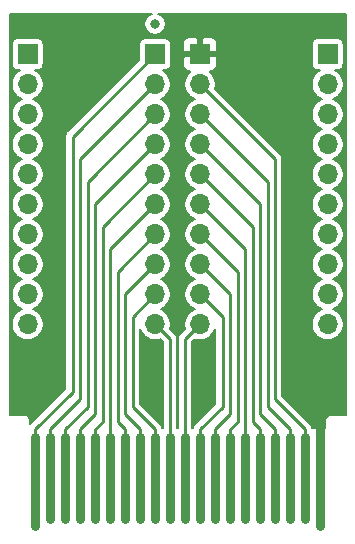
<source format=gbr>
G04 #@! TF.GenerationSoftware,KiCad,Pcbnew,(5.1.5)-3*
G04 #@! TF.CreationDate,2020-01-25T19:38:27+03:00*
G04 #@! TF.ProjectId,Sharp PC-1600 MemCard,53686172-7020-4504-932d-31363030204d,rev?*
G04 #@! TF.SameCoordinates,Original*
G04 #@! TF.FileFunction,Copper,L2,Bot*
G04 #@! TF.FilePolarity,Positive*
%FSLAX46Y46*%
G04 Gerber Fmt 4.6, Leading zero omitted, Abs format (unit mm)*
G04 Created by KiCad (PCBNEW (5.1.5)-3) date 2020-01-25 19:38:27*
%MOMM*%
%LPD*%
G04 APERTURE LIST*
%ADD10R,1.700000X1.700000*%
%ADD11O,1.700000X1.700000*%
%ADD12C,0.800000*%
%ADD13C,0.800000*%
%ADD14C,0.250000*%
%ADD15C,0.200000*%
%ADD16C,0.254000*%
G04 APERTURE END LIST*
D10*
X149860000Y-66675000D03*
D11*
X149860000Y-69215000D03*
X149860000Y-71755000D03*
X149860000Y-74295000D03*
X149860000Y-76835000D03*
X149860000Y-79375000D03*
X149860000Y-81915000D03*
X149860000Y-84455000D03*
X149860000Y-86995000D03*
X149860000Y-89535000D03*
D10*
X146050000Y-66675000D03*
D11*
X146050000Y-69215000D03*
X146050000Y-71755000D03*
X146050000Y-74295000D03*
X146050000Y-76835000D03*
X146050000Y-79375000D03*
X146050000Y-81915000D03*
X146050000Y-84455000D03*
X146050000Y-86995000D03*
X146050000Y-89535000D03*
D10*
X135255000Y-66675000D03*
D11*
X135255000Y-69215000D03*
X135255000Y-71755000D03*
X135255000Y-74295000D03*
X135255000Y-76835000D03*
X135255000Y-79375000D03*
X135255000Y-81915000D03*
X135255000Y-84455000D03*
X135255000Y-86995000D03*
X135255000Y-89535000D03*
D10*
X160655000Y-66675000D03*
D11*
X160655000Y-69215000D03*
X160655000Y-71755000D03*
X160655000Y-74295000D03*
X160655000Y-76835000D03*
X160655000Y-79375000D03*
X160655000Y-81915000D03*
X160655000Y-84455000D03*
X160655000Y-86995000D03*
X160655000Y-89535000D03*
D12*
X146050000Y-64135000D03*
X160655000Y-64135000D03*
X154940000Y-64135000D03*
X161290000Y-96520000D03*
X135255000Y-64135000D03*
X136525000Y-64135000D03*
X159385000Y-64135000D03*
X149860000Y-64135000D03*
X140335000Y-64135000D03*
X134620000Y-96520000D03*
X134620000Y-95250000D03*
X161290000Y-95250000D03*
X147955000Y-88265000D03*
X147955000Y-78105000D03*
X147955000Y-68580000D03*
X150495000Y-93345000D03*
X146050000Y-93345000D03*
D13*
X158750000Y-99045000D02*
X158750000Y-106045000D01*
X157480000Y-99045000D02*
X157480000Y-106045000D01*
X156210000Y-99045000D02*
X156210000Y-106045000D01*
X154940000Y-99045000D02*
X154940000Y-106045000D01*
X153670000Y-99045000D02*
X153670000Y-106045000D01*
X152400000Y-99045000D02*
X152400000Y-106045000D01*
X151130000Y-99045000D02*
X151130000Y-106045000D01*
X149860000Y-99045000D02*
X149860000Y-106045000D01*
X148590000Y-99045000D02*
X148590000Y-106045000D01*
X147320000Y-99045000D02*
X147320000Y-106045000D01*
X146050000Y-99045000D02*
X146050000Y-106045000D01*
X144780000Y-99045000D02*
X144780000Y-106045000D01*
X143510000Y-99045000D02*
X143510000Y-106045000D01*
X142240000Y-99045000D02*
X142240000Y-106045000D01*
X140970000Y-99045000D02*
X140970000Y-106045000D01*
X139700000Y-99045000D02*
X139700000Y-106045000D01*
X138430000Y-99045000D02*
X138430000Y-106045000D01*
X137160000Y-99045000D02*
X137160000Y-106045000D01*
D14*
X147320000Y-90805000D02*
X146050000Y-89535000D01*
X147320000Y-99045000D02*
X147320000Y-90805000D01*
X148590000Y-90805000D02*
X149860000Y-89535000D01*
X148590000Y-99045000D02*
X148590000Y-90805000D01*
X153670000Y-99045000D02*
X153670000Y-83185000D01*
X153670000Y-83185000D02*
X149860000Y-79375000D01*
X152400000Y-99045000D02*
X152400000Y-98425000D01*
X152400000Y-98425000D02*
X153035000Y-97790000D01*
X153035000Y-97790000D02*
X153035000Y-85090000D01*
X153035000Y-85090000D02*
X149860000Y-81915000D01*
X151130000Y-98425000D02*
X151130000Y-99045000D01*
X152400000Y-97155000D02*
X151130000Y-98425000D01*
X149860000Y-84455000D02*
X152400000Y-86995000D01*
X152400000Y-86995000D02*
X152400000Y-97155000D01*
X149860000Y-99045000D02*
X149860000Y-98425000D01*
X149860000Y-98425000D02*
X151765000Y-96520000D01*
X151765000Y-96520000D02*
X151765000Y-88900000D01*
X151765000Y-88900000D02*
X149860000Y-86995000D01*
X154940000Y-99045000D02*
X154940000Y-98425000D01*
X154940000Y-98425000D02*
X154305000Y-97790000D01*
X154305000Y-97790000D02*
X154305000Y-81280000D01*
X154305000Y-81280000D02*
X149860000Y-76835000D01*
X156210000Y-99045000D02*
X156210000Y-98425000D01*
X156210000Y-98425000D02*
X154940000Y-97155000D01*
X154940000Y-97155000D02*
X154940000Y-79375000D01*
X154940000Y-79375000D02*
X149860000Y-74295000D01*
X157480000Y-99045000D02*
X157480000Y-98425000D01*
X157480000Y-98425000D02*
X155575000Y-96520000D01*
X155575000Y-96520000D02*
X155575000Y-77470000D01*
X155575000Y-77470000D02*
X149860000Y-71755000D01*
X158750000Y-99045000D02*
X158750000Y-98425000D01*
X158750000Y-98425000D02*
X156210000Y-95885000D01*
X156210000Y-95885000D02*
X156210000Y-75565000D01*
X156210000Y-75565000D02*
X149860000Y-69215000D01*
X142240000Y-99045000D02*
X142240000Y-83185000D01*
X142240000Y-83185000D02*
X146050000Y-79375000D01*
X143510000Y-99045000D02*
X143510000Y-98425000D01*
X143510000Y-98425000D02*
X142875000Y-97790000D01*
X142875000Y-97790000D02*
X142875000Y-85090000D01*
X142875000Y-85090000D02*
X146050000Y-81915000D01*
X144780000Y-99045000D02*
X144780000Y-98425000D01*
X144780000Y-98425000D02*
X143510000Y-97155000D01*
X143510000Y-97155000D02*
X143510000Y-86995000D01*
X143510000Y-86995000D02*
X146050000Y-84455000D01*
X146050000Y-99045000D02*
X146050000Y-98425000D01*
X146050000Y-98425000D02*
X144145000Y-96520000D01*
X144145000Y-96520000D02*
X144145000Y-88900000D01*
X144145000Y-88900000D02*
X146050000Y-86995000D01*
X140970000Y-99045000D02*
X140970000Y-98425000D01*
X140970000Y-98425000D02*
X141605000Y-97790000D01*
X141605000Y-97790000D02*
X141605000Y-81280000D01*
X141605000Y-81280000D02*
X146050000Y-76835000D01*
X139700000Y-99045000D02*
X139700000Y-98425000D01*
X139700000Y-98425000D02*
X140970000Y-97155000D01*
X140970000Y-97155000D02*
X140970000Y-79375000D01*
X140970000Y-79375000D02*
X146050000Y-74295000D01*
X138430000Y-99045000D02*
X138430000Y-98425000D01*
X138430000Y-98425000D02*
X140335000Y-96520000D01*
X140335000Y-96520000D02*
X140335000Y-77470000D01*
X140335000Y-77470000D02*
X146050000Y-71755000D01*
X137160000Y-99045000D02*
X137160000Y-98425000D01*
X137160000Y-98425000D02*
X139700000Y-95885000D01*
X139700000Y-95885000D02*
X139700000Y-75565000D01*
X139700000Y-75565000D02*
X146050000Y-69215000D01*
D13*
X135890000Y-99045000D02*
X135890000Y-106645000D01*
D14*
X135890000Y-99045000D02*
X135890000Y-98425000D01*
X135890000Y-98425000D02*
X139065000Y-95250000D01*
X139065000Y-95250000D02*
X139065000Y-73660000D01*
X139065000Y-73660000D02*
X146050000Y-66675000D01*
D13*
X160020000Y-99045000D02*
X160020000Y-106645000D01*
X160020000Y-99045000D02*
X160020000Y-97790000D01*
D15*
G36*
X151140000Y-96261117D02*
G01*
X149439772Y-97961346D01*
X149415921Y-97980920D01*
X149337818Y-98076089D01*
X149279781Y-98184666D01*
X149244043Y-98302479D01*
X149241825Y-98325000D01*
X149215000Y-98325000D01*
X149215000Y-91063882D01*
X149451754Y-90827128D01*
X149466220Y-90833120D01*
X149727037Y-90885000D01*
X149992963Y-90885000D01*
X150253780Y-90833120D01*
X150499465Y-90731354D01*
X150720575Y-90583613D01*
X150908613Y-90395575D01*
X151056354Y-90174465D01*
X151140001Y-89972524D01*
X151140000Y-96261117D01*
G37*
X151140000Y-96261117D02*
X149439772Y-97961346D01*
X149415921Y-97980920D01*
X149337818Y-98076089D01*
X149279781Y-98184666D01*
X149244043Y-98302479D01*
X149241825Y-98325000D01*
X149215000Y-98325000D01*
X149215000Y-91063882D01*
X149451754Y-90827128D01*
X149466220Y-90833120D01*
X149727037Y-90885000D01*
X149992963Y-90885000D01*
X150253780Y-90833120D01*
X150499465Y-90731354D01*
X150720575Y-90583613D01*
X150908613Y-90395575D01*
X151056354Y-90174465D01*
X151140001Y-89972524D01*
X151140000Y-96261117D01*
G36*
X144853646Y-90174465D02*
G01*
X145001387Y-90395575D01*
X145189425Y-90583613D01*
X145410535Y-90731354D01*
X145656220Y-90833120D01*
X145917037Y-90885000D01*
X146182963Y-90885000D01*
X146443780Y-90833120D01*
X146458246Y-90827128D01*
X146695001Y-91063884D01*
X146695000Y-98325000D01*
X146668175Y-98325000D01*
X146665957Y-98302479D01*
X146630219Y-98184666D01*
X146572183Y-98076089D01*
X146494080Y-97980920D01*
X146470229Y-97961346D01*
X144770000Y-96261118D01*
X144770000Y-89972526D01*
X144853646Y-90174465D01*
G37*
X144853646Y-90174465D02*
X145001387Y-90395575D01*
X145189425Y-90583613D01*
X145410535Y-90731354D01*
X145656220Y-90833120D01*
X145917037Y-90885000D01*
X146182963Y-90885000D01*
X146443780Y-90833120D01*
X146458246Y-90827128D01*
X146695001Y-91063884D01*
X146695000Y-98325000D01*
X146668175Y-98325000D01*
X146665957Y-98302479D01*
X146630219Y-98184666D01*
X146572183Y-98076089D01*
X146494080Y-97980920D01*
X146470229Y-97961346D01*
X144770000Y-96261118D01*
X144770000Y-89972526D01*
X144853646Y-90174465D01*
G36*
X145623690Y-63337430D02*
G01*
X145476283Y-63435924D01*
X145350924Y-63561283D01*
X145252430Y-63708690D01*
X145184586Y-63872480D01*
X145150000Y-64046358D01*
X145150000Y-64223642D01*
X145184586Y-64397520D01*
X145252430Y-64561310D01*
X145350924Y-64708717D01*
X145476283Y-64834076D01*
X145623690Y-64932570D01*
X145787480Y-65000414D01*
X145961358Y-65035000D01*
X146138642Y-65035000D01*
X146312520Y-65000414D01*
X146476310Y-64932570D01*
X146623717Y-64834076D01*
X146749076Y-64708717D01*
X146847570Y-64561310D01*
X146915414Y-64397520D01*
X146950000Y-64223642D01*
X146950000Y-64046358D01*
X146915414Y-63872480D01*
X146847570Y-63708690D01*
X146749076Y-63561283D01*
X146623717Y-63435924D01*
X146476310Y-63337430D01*
X146313519Y-63270000D01*
X162185000Y-63270000D01*
X162185001Y-97220000D01*
X160985788Y-97220000D01*
X160960000Y-97217460D01*
X160934212Y-97220000D01*
X160857082Y-97227597D01*
X160758119Y-97257617D01*
X160666914Y-97306367D01*
X160586973Y-97371973D01*
X160521367Y-97451914D01*
X160472617Y-97543119D01*
X160442597Y-97642082D01*
X160432460Y-97745000D01*
X160435001Y-97770798D01*
X160435001Y-98325000D01*
X159368175Y-98325000D01*
X159365957Y-98302479D01*
X159330219Y-98184666D01*
X159305762Y-98138910D01*
X159272182Y-98076087D01*
X159213652Y-98004768D01*
X159213649Y-98004765D01*
X159194080Y-97980920D01*
X159170235Y-97961351D01*
X156835000Y-95626118D01*
X156835000Y-75595693D01*
X156838023Y-75564999D01*
X156835000Y-75534305D01*
X156835000Y-75534296D01*
X156825957Y-75442479D01*
X156790219Y-75324666D01*
X156732183Y-75216089D01*
X156732182Y-75216087D01*
X156693273Y-75168677D01*
X156654080Y-75120920D01*
X156630229Y-75101346D01*
X151152128Y-69623246D01*
X151158120Y-69608780D01*
X151210000Y-69347963D01*
X151210000Y-69082037D01*
X151158120Y-68821220D01*
X151056354Y-68575535D01*
X150908613Y-68354425D01*
X150720575Y-68166387D01*
X150674725Y-68135751D01*
X150710000Y-68135942D01*
X150829189Y-68124203D01*
X150943797Y-68089437D01*
X151049421Y-68032980D01*
X151142001Y-67957001D01*
X151217980Y-67864421D01*
X151274437Y-67758797D01*
X151309203Y-67644189D01*
X151320942Y-67525000D01*
X151318000Y-66981000D01*
X151166000Y-66829000D01*
X150014000Y-66829000D01*
X150014000Y-66849000D01*
X149706000Y-66849000D01*
X149706000Y-66829000D01*
X148554000Y-66829000D01*
X148402000Y-66981000D01*
X148399058Y-67525000D01*
X148410797Y-67644189D01*
X148445563Y-67758797D01*
X148502020Y-67864421D01*
X148577999Y-67957001D01*
X148670579Y-68032980D01*
X148776203Y-68089437D01*
X148890811Y-68124203D01*
X149010000Y-68135942D01*
X149045275Y-68135751D01*
X148999425Y-68166387D01*
X148811387Y-68354425D01*
X148663646Y-68575535D01*
X148561880Y-68821220D01*
X148510000Y-69082037D01*
X148510000Y-69347963D01*
X148561880Y-69608780D01*
X148663646Y-69854465D01*
X148811387Y-70075575D01*
X148999425Y-70263613D01*
X149220535Y-70411354D01*
X149398332Y-70485000D01*
X149220535Y-70558646D01*
X148999425Y-70706387D01*
X148811387Y-70894425D01*
X148663646Y-71115535D01*
X148561880Y-71361220D01*
X148510000Y-71622037D01*
X148510000Y-71887963D01*
X148561880Y-72148780D01*
X148663646Y-72394465D01*
X148811387Y-72615575D01*
X148999425Y-72803613D01*
X149220535Y-72951354D01*
X149398332Y-73025000D01*
X149220535Y-73098646D01*
X148999425Y-73246387D01*
X148811387Y-73434425D01*
X148663646Y-73655535D01*
X148561880Y-73901220D01*
X148510000Y-74162037D01*
X148510000Y-74427963D01*
X148561880Y-74688780D01*
X148663646Y-74934465D01*
X148811387Y-75155575D01*
X148999425Y-75343613D01*
X149220535Y-75491354D01*
X149398332Y-75565000D01*
X149220535Y-75638646D01*
X148999425Y-75786387D01*
X148811387Y-75974425D01*
X148663646Y-76195535D01*
X148561880Y-76441220D01*
X148510000Y-76702037D01*
X148510000Y-76967963D01*
X148561880Y-77228780D01*
X148663646Y-77474465D01*
X148811387Y-77695575D01*
X148999425Y-77883613D01*
X149220535Y-78031354D01*
X149398332Y-78105000D01*
X149220535Y-78178646D01*
X148999425Y-78326387D01*
X148811387Y-78514425D01*
X148663646Y-78735535D01*
X148561880Y-78981220D01*
X148510000Y-79242037D01*
X148510000Y-79507963D01*
X148561880Y-79768780D01*
X148663646Y-80014465D01*
X148811387Y-80235575D01*
X148999425Y-80423613D01*
X149220535Y-80571354D01*
X149398332Y-80645000D01*
X149220535Y-80718646D01*
X148999425Y-80866387D01*
X148811387Y-81054425D01*
X148663646Y-81275535D01*
X148561880Y-81521220D01*
X148510000Y-81782037D01*
X148510000Y-82047963D01*
X148561880Y-82308780D01*
X148663646Y-82554465D01*
X148811387Y-82775575D01*
X148999425Y-82963613D01*
X149220535Y-83111354D01*
X149398332Y-83185000D01*
X149220535Y-83258646D01*
X148999425Y-83406387D01*
X148811387Y-83594425D01*
X148663646Y-83815535D01*
X148561880Y-84061220D01*
X148510000Y-84322037D01*
X148510000Y-84587963D01*
X148561880Y-84848780D01*
X148663646Y-85094465D01*
X148811387Y-85315575D01*
X148999425Y-85503613D01*
X149220535Y-85651354D01*
X149398332Y-85725000D01*
X149220535Y-85798646D01*
X148999425Y-85946387D01*
X148811387Y-86134425D01*
X148663646Y-86355535D01*
X148561880Y-86601220D01*
X148510000Y-86862037D01*
X148510000Y-87127963D01*
X148561880Y-87388780D01*
X148663646Y-87634465D01*
X148811387Y-87855575D01*
X148999425Y-88043613D01*
X149220535Y-88191354D01*
X149398332Y-88265000D01*
X149220535Y-88338646D01*
X148999425Y-88486387D01*
X148811387Y-88674425D01*
X148663646Y-88895535D01*
X148561880Y-89141220D01*
X148510000Y-89402037D01*
X148510000Y-89667963D01*
X148561880Y-89928780D01*
X148567872Y-89943246D01*
X148169772Y-90341346D01*
X148145921Y-90360920D01*
X148067820Y-90456087D01*
X148067818Y-90456089D01*
X148009782Y-90564666D01*
X147974044Y-90682479D01*
X147961977Y-90805000D01*
X147965001Y-90835704D01*
X147965000Y-98325000D01*
X147945000Y-98325000D01*
X147945000Y-90835693D01*
X147948023Y-90804999D01*
X147945000Y-90774305D01*
X147945000Y-90774296D01*
X147935957Y-90682479D01*
X147900219Y-90564666D01*
X147842183Y-90456089D01*
X147842182Y-90456087D01*
X147803273Y-90408677D01*
X147764080Y-90360920D01*
X147740229Y-90341346D01*
X147342128Y-89943246D01*
X147348120Y-89928780D01*
X147400000Y-89667963D01*
X147400000Y-89402037D01*
X147348120Y-89141220D01*
X147246354Y-88895535D01*
X147098613Y-88674425D01*
X146910575Y-88486387D01*
X146689465Y-88338646D01*
X146511668Y-88265000D01*
X146689465Y-88191354D01*
X146910575Y-88043613D01*
X147098613Y-87855575D01*
X147246354Y-87634465D01*
X147348120Y-87388780D01*
X147400000Y-87127963D01*
X147400000Y-86862037D01*
X147348120Y-86601220D01*
X147246354Y-86355535D01*
X147098613Y-86134425D01*
X146910575Y-85946387D01*
X146689465Y-85798646D01*
X146511668Y-85725000D01*
X146689465Y-85651354D01*
X146910575Y-85503613D01*
X147098613Y-85315575D01*
X147246354Y-85094465D01*
X147348120Y-84848780D01*
X147400000Y-84587963D01*
X147400000Y-84322037D01*
X147348120Y-84061220D01*
X147246354Y-83815535D01*
X147098613Y-83594425D01*
X146910575Y-83406387D01*
X146689465Y-83258646D01*
X146511668Y-83185000D01*
X146689465Y-83111354D01*
X146910575Y-82963613D01*
X147098613Y-82775575D01*
X147246354Y-82554465D01*
X147348120Y-82308780D01*
X147400000Y-82047963D01*
X147400000Y-81782037D01*
X147348120Y-81521220D01*
X147246354Y-81275535D01*
X147098613Y-81054425D01*
X146910575Y-80866387D01*
X146689465Y-80718646D01*
X146511668Y-80645000D01*
X146689465Y-80571354D01*
X146910575Y-80423613D01*
X147098613Y-80235575D01*
X147246354Y-80014465D01*
X147348120Y-79768780D01*
X147400000Y-79507963D01*
X147400000Y-79242037D01*
X147348120Y-78981220D01*
X147246354Y-78735535D01*
X147098613Y-78514425D01*
X146910575Y-78326387D01*
X146689465Y-78178646D01*
X146511668Y-78105000D01*
X146689465Y-78031354D01*
X146910575Y-77883613D01*
X147098613Y-77695575D01*
X147246354Y-77474465D01*
X147348120Y-77228780D01*
X147400000Y-76967963D01*
X147400000Y-76702037D01*
X147348120Y-76441220D01*
X147246354Y-76195535D01*
X147098613Y-75974425D01*
X146910575Y-75786387D01*
X146689465Y-75638646D01*
X146511668Y-75565000D01*
X146689465Y-75491354D01*
X146910575Y-75343613D01*
X147098613Y-75155575D01*
X147246354Y-74934465D01*
X147348120Y-74688780D01*
X147400000Y-74427963D01*
X147400000Y-74162037D01*
X147348120Y-73901220D01*
X147246354Y-73655535D01*
X147098613Y-73434425D01*
X146910575Y-73246387D01*
X146689465Y-73098646D01*
X146511668Y-73025000D01*
X146689465Y-72951354D01*
X146910575Y-72803613D01*
X147098613Y-72615575D01*
X147246354Y-72394465D01*
X147348120Y-72148780D01*
X147400000Y-71887963D01*
X147400000Y-71622037D01*
X147348120Y-71361220D01*
X147246354Y-71115535D01*
X147098613Y-70894425D01*
X146910575Y-70706387D01*
X146689465Y-70558646D01*
X146511668Y-70485000D01*
X146689465Y-70411354D01*
X146910575Y-70263613D01*
X147098613Y-70075575D01*
X147246354Y-69854465D01*
X147348120Y-69608780D01*
X147400000Y-69347963D01*
X147400000Y-69082037D01*
X147348120Y-68821220D01*
X147246354Y-68575535D01*
X147098613Y-68354425D01*
X146910575Y-68166387D01*
X146702595Y-68027419D01*
X146900000Y-68027419D01*
X146998017Y-68017765D01*
X147092267Y-67989175D01*
X147179129Y-67942746D01*
X147255264Y-67880264D01*
X147317746Y-67804129D01*
X147364175Y-67717267D01*
X147392765Y-67623017D01*
X147402419Y-67525000D01*
X147402419Y-65825000D01*
X148399058Y-65825000D01*
X148402000Y-66369000D01*
X148554000Y-66521000D01*
X149706000Y-66521000D01*
X149706000Y-65369000D01*
X150014000Y-65369000D01*
X150014000Y-66521000D01*
X151166000Y-66521000D01*
X151318000Y-66369000D01*
X151320942Y-65825000D01*
X159302581Y-65825000D01*
X159302581Y-67525000D01*
X159312235Y-67623017D01*
X159340825Y-67717267D01*
X159387254Y-67804129D01*
X159449736Y-67880264D01*
X159525871Y-67942746D01*
X159612733Y-67989175D01*
X159706983Y-68017765D01*
X159805000Y-68027419D01*
X160002405Y-68027419D01*
X159794425Y-68166387D01*
X159606387Y-68354425D01*
X159458646Y-68575535D01*
X159356880Y-68821220D01*
X159305000Y-69082037D01*
X159305000Y-69347963D01*
X159356880Y-69608780D01*
X159458646Y-69854465D01*
X159606387Y-70075575D01*
X159794425Y-70263613D01*
X160015535Y-70411354D01*
X160193332Y-70485000D01*
X160015535Y-70558646D01*
X159794425Y-70706387D01*
X159606387Y-70894425D01*
X159458646Y-71115535D01*
X159356880Y-71361220D01*
X159305000Y-71622037D01*
X159305000Y-71887963D01*
X159356880Y-72148780D01*
X159458646Y-72394465D01*
X159606387Y-72615575D01*
X159794425Y-72803613D01*
X160015535Y-72951354D01*
X160193332Y-73025000D01*
X160015535Y-73098646D01*
X159794425Y-73246387D01*
X159606387Y-73434425D01*
X159458646Y-73655535D01*
X159356880Y-73901220D01*
X159305000Y-74162037D01*
X159305000Y-74427963D01*
X159356880Y-74688780D01*
X159458646Y-74934465D01*
X159606387Y-75155575D01*
X159794425Y-75343613D01*
X160015535Y-75491354D01*
X160193332Y-75565000D01*
X160015535Y-75638646D01*
X159794425Y-75786387D01*
X159606387Y-75974425D01*
X159458646Y-76195535D01*
X159356880Y-76441220D01*
X159305000Y-76702037D01*
X159305000Y-76967963D01*
X159356880Y-77228780D01*
X159458646Y-77474465D01*
X159606387Y-77695575D01*
X159794425Y-77883613D01*
X160015535Y-78031354D01*
X160193332Y-78105000D01*
X160015535Y-78178646D01*
X159794425Y-78326387D01*
X159606387Y-78514425D01*
X159458646Y-78735535D01*
X159356880Y-78981220D01*
X159305000Y-79242037D01*
X159305000Y-79507963D01*
X159356880Y-79768780D01*
X159458646Y-80014465D01*
X159606387Y-80235575D01*
X159794425Y-80423613D01*
X160015535Y-80571354D01*
X160193332Y-80645000D01*
X160015535Y-80718646D01*
X159794425Y-80866387D01*
X159606387Y-81054425D01*
X159458646Y-81275535D01*
X159356880Y-81521220D01*
X159305000Y-81782037D01*
X159305000Y-82047963D01*
X159356880Y-82308780D01*
X159458646Y-82554465D01*
X159606387Y-82775575D01*
X159794425Y-82963613D01*
X160015535Y-83111354D01*
X160193332Y-83185000D01*
X160015535Y-83258646D01*
X159794425Y-83406387D01*
X159606387Y-83594425D01*
X159458646Y-83815535D01*
X159356880Y-84061220D01*
X159305000Y-84322037D01*
X159305000Y-84587963D01*
X159356880Y-84848780D01*
X159458646Y-85094465D01*
X159606387Y-85315575D01*
X159794425Y-85503613D01*
X160015535Y-85651354D01*
X160193332Y-85725000D01*
X160015535Y-85798646D01*
X159794425Y-85946387D01*
X159606387Y-86134425D01*
X159458646Y-86355535D01*
X159356880Y-86601220D01*
X159305000Y-86862037D01*
X159305000Y-87127963D01*
X159356880Y-87388780D01*
X159458646Y-87634465D01*
X159606387Y-87855575D01*
X159794425Y-88043613D01*
X160015535Y-88191354D01*
X160193332Y-88265000D01*
X160015535Y-88338646D01*
X159794425Y-88486387D01*
X159606387Y-88674425D01*
X159458646Y-88895535D01*
X159356880Y-89141220D01*
X159305000Y-89402037D01*
X159305000Y-89667963D01*
X159356880Y-89928780D01*
X159458646Y-90174465D01*
X159606387Y-90395575D01*
X159794425Y-90583613D01*
X160015535Y-90731354D01*
X160261220Y-90833120D01*
X160522037Y-90885000D01*
X160787963Y-90885000D01*
X161048780Y-90833120D01*
X161294465Y-90731354D01*
X161515575Y-90583613D01*
X161703613Y-90395575D01*
X161851354Y-90174465D01*
X161953120Y-89928780D01*
X162005000Y-89667963D01*
X162005000Y-89402037D01*
X161953120Y-89141220D01*
X161851354Y-88895535D01*
X161703613Y-88674425D01*
X161515575Y-88486387D01*
X161294465Y-88338646D01*
X161116668Y-88265000D01*
X161294465Y-88191354D01*
X161515575Y-88043613D01*
X161703613Y-87855575D01*
X161851354Y-87634465D01*
X161953120Y-87388780D01*
X162005000Y-87127963D01*
X162005000Y-86862037D01*
X161953120Y-86601220D01*
X161851354Y-86355535D01*
X161703613Y-86134425D01*
X161515575Y-85946387D01*
X161294465Y-85798646D01*
X161116668Y-85725000D01*
X161294465Y-85651354D01*
X161515575Y-85503613D01*
X161703613Y-85315575D01*
X161851354Y-85094465D01*
X161953120Y-84848780D01*
X162005000Y-84587963D01*
X162005000Y-84322037D01*
X161953120Y-84061220D01*
X161851354Y-83815535D01*
X161703613Y-83594425D01*
X161515575Y-83406387D01*
X161294465Y-83258646D01*
X161116668Y-83185000D01*
X161294465Y-83111354D01*
X161515575Y-82963613D01*
X161703613Y-82775575D01*
X161851354Y-82554465D01*
X161953120Y-82308780D01*
X162005000Y-82047963D01*
X162005000Y-81782037D01*
X161953120Y-81521220D01*
X161851354Y-81275535D01*
X161703613Y-81054425D01*
X161515575Y-80866387D01*
X161294465Y-80718646D01*
X161116668Y-80645000D01*
X161294465Y-80571354D01*
X161515575Y-80423613D01*
X161703613Y-80235575D01*
X161851354Y-80014465D01*
X161953120Y-79768780D01*
X162005000Y-79507963D01*
X162005000Y-79242037D01*
X161953120Y-78981220D01*
X161851354Y-78735535D01*
X161703613Y-78514425D01*
X161515575Y-78326387D01*
X161294465Y-78178646D01*
X161116668Y-78105000D01*
X161294465Y-78031354D01*
X161515575Y-77883613D01*
X161703613Y-77695575D01*
X161851354Y-77474465D01*
X161953120Y-77228780D01*
X162005000Y-76967963D01*
X162005000Y-76702037D01*
X161953120Y-76441220D01*
X161851354Y-76195535D01*
X161703613Y-75974425D01*
X161515575Y-75786387D01*
X161294465Y-75638646D01*
X161116668Y-75565000D01*
X161294465Y-75491354D01*
X161515575Y-75343613D01*
X161703613Y-75155575D01*
X161851354Y-74934465D01*
X161953120Y-74688780D01*
X162005000Y-74427963D01*
X162005000Y-74162037D01*
X161953120Y-73901220D01*
X161851354Y-73655535D01*
X161703613Y-73434425D01*
X161515575Y-73246387D01*
X161294465Y-73098646D01*
X161116668Y-73025000D01*
X161294465Y-72951354D01*
X161515575Y-72803613D01*
X161703613Y-72615575D01*
X161851354Y-72394465D01*
X161953120Y-72148780D01*
X162005000Y-71887963D01*
X162005000Y-71622037D01*
X161953120Y-71361220D01*
X161851354Y-71115535D01*
X161703613Y-70894425D01*
X161515575Y-70706387D01*
X161294465Y-70558646D01*
X161116668Y-70485000D01*
X161294465Y-70411354D01*
X161515575Y-70263613D01*
X161703613Y-70075575D01*
X161851354Y-69854465D01*
X161953120Y-69608780D01*
X162005000Y-69347963D01*
X162005000Y-69082037D01*
X161953120Y-68821220D01*
X161851354Y-68575535D01*
X161703613Y-68354425D01*
X161515575Y-68166387D01*
X161307595Y-68027419D01*
X161505000Y-68027419D01*
X161603017Y-68017765D01*
X161697267Y-67989175D01*
X161784129Y-67942746D01*
X161860264Y-67880264D01*
X161922746Y-67804129D01*
X161969175Y-67717267D01*
X161997765Y-67623017D01*
X162007419Y-67525000D01*
X162007419Y-65825000D01*
X161997765Y-65726983D01*
X161969175Y-65632733D01*
X161922746Y-65545871D01*
X161860264Y-65469736D01*
X161784129Y-65407254D01*
X161697267Y-65360825D01*
X161603017Y-65332235D01*
X161505000Y-65322581D01*
X159805000Y-65322581D01*
X159706983Y-65332235D01*
X159612733Y-65360825D01*
X159525871Y-65407254D01*
X159449736Y-65469736D01*
X159387254Y-65545871D01*
X159340825Y-65632733D01*
X159312235Y-65726983D01*
X159302581Y-65825000D01*
X151320942Y-65825000D01*
X151309203Y-65705811D01*
X151274437Y-65591203D01*
X151217980Y-65485579D01*
X151142001Y-65392999D01*
X151049421Y-65317020D01*
X150943797Y-65260563D01*
X150829189Y-65225797D01*
X150710000Y-65214058D01*
X150166000Y-65217000D01*
X150014000Y-65369000D01*
X149706000Y-65369000D01*
X149554000Y-65217000D01*
X149010000Y-65214058D01*
X148890811Y-65225797D01*
X148776203Y-65260563D01*
X148670579Y-65317020D01*
X148577999Y-65392999D01*
X148502020Y-65485579D01*
X148445563Y-65591203D01*
X148410797Y-65705811D01*
X148399058Y-65825000D01*
X147402419Y-65825000D01*
X147392765Y-65726983D01*
X147364175Y-65632733D01*
X147317746Y-65545871D01*
X147255264Y-65469736D01*
X147179129Y-65407254D01*
X147092267Y-65360825D01*
X146998017Y-65332235D01*
X146900000Y-65322581D01*
X145200000Y-65322581D01*
X145101983Y-65332235D01*
X145007733Y-65360825D01*
X144920871Y-65407254D01*
X144844736Y-65469736D01*
X144782254Y-65545871D01*
X144735825Y-65632733D01*
X144707235Y-65726983D01*
X144697581Y-65825000D01*
X144697581Y-67143536D01*
X138644772Y-73196346D01*
X138620921Y-73215920D01*
X138542818Y-73311089D01*
X138484782Y-73419666D01*
X138449044Y-73537479D01*
X138436977Y-73660000D01*
X138440001Y-73690704D01*
X138440000Y-94991117D01*
X135485000Y-97946118D01*
X135485000Y-97770788D01*
X135487540Y-97745000D01*
X135477403Y-97642082D01*
X135447383Y-97543119D01*
X135398633Y-97451914D01*
X135333027Y-97371973D01*
X135253086Y-97306367D01*
X135161881Y-97257617D01*
X135062918Y-97227597D01*
X134985788Y-97220000D01*
X134960000Y-97217460D01*
X134934212Y-97220000D01*
X133735000Y-97220000D01*
X133735000Y-65825000D01*
X133902581Y-65825000D01*
X133902581Y-67525000D01*
X133912235Y-67623017D01*
X133940825Y-67717267D01*
X133987254Y-67804129D01*
X134049736Y-67880264D01*
X134125871Y-67942746D01*
X134212733Y-67989175D01*
X134306983Y-68017765D01*
X134405000Y-68027419D01*
X134602405Y-68027419D01*
X134394425Y-68166387D01*
X134206387Y-68354425D01*
X134058646Y-68575535D01*
X133956880Y-68821220D01*
X133905000Y-69082037D01*
X133905000Y-69347963D01*
X133956880Y-69608780D01*
X134058646Y-69854465D01*
X134206387Y-70075575D01*
X134394425Y-70263613D01*
X134615535Y-70411354D01*
X134793332Y-70485000D01*
X134615535Y-70558646D01*
X134394425Y-70706387D01*
X134206387Y-70894425D01*
X134058646Y-71115535D01*
X133956880Y-71361220D01*
X133905000Y-71622037D01*
X133905000Y-71887963D01*
X133956880Y-72148780D01*
X134058646Y-72394465D01*
X134206387Y-72615575D01*
X134394425Y-72803613D01*
X134615535Y-72951354D01*
X134793332Y-73025000D01*
X134615535Y-73098646D01*
X134394425Y-73246387D01*
X134206387Y-73434425D01*
X134058646Y-73655535D01*
X133956880Y-73901220D01*
X133905000Y-74162037D01*
X133905000Y-74427963D01*
X133956880Y-74688780D01*
X134058646Y-74934465D01*
X134206387Y-75155575D01*
X134394425Y-75343613D01*
X134615535Y-75491354D01*
X134793332Y-75565000D01*
X134615535Y-75638646D01*
X134394425Y-75786387D01*
X134206387Y-75974425D01*
X134058646Y-76195535D01*
X133956880Y-76441220D01*
X133905000Y-76702037D01*
X133905000Y-76967963D01*
X133956880Y-77228780D01*
X134058646Y-77474465D01*
X134206387Y-77695575D01*
X134394425Y-77883613D01*
X134615535Y-78031354D01*
X134793332Y-78105000D01*
X134615535Y-78178646D01*
X134394425Y-78326387D01*
X134206387Y-78514425D01*
X134058646Y-78735535D01*
X133956880Y-78981220D01*
X133905000Y-79242037D01*
X133905000Y-79507963D01*
X133956880Y-79768780D01*
X134058646Y-80014465D01*
X134206387Y-80235575D01*
X134394425Y-80423613D01*
X134615535Y-80571354D01*
X134793332Y-80645000D01*
X134615535Y-80718646D01*
X134394425Y-80866387D01*
X134206387Y-81054425D01*
X134058646Y-81275535D01*
X133956880Y-81521220D01*
X133905000Y-81782037D01*
X133905000Y-82047963D01*
X133956880Y-82308780D01*
X134058646Y-82554465D01*
X134206387Y-82775575D01*
X134394425Y-82963613D01*
X134615535Y-83111354D01*
X134793332Y-83185000D01*
X134615535Y-83258646D01*
X134394425Y-83406387D01*
X134206387Y-83594425D01*
X134058646Y-83815535D01*
X133956880Y-84061220D01*
X133905000Y-84322037D01*
X133905000Y-84587963D01*
X133956880Y-84848780D01*
X134058646Y-85094465D01*
X134206387Y-85315575D01*
X134394425Y-85503613D01*
X134615535Y-85651354D01*
X134793332Y-85725000D01*
X134615535Y-85798646D01*
X134394425Y-85946387D01*
X134206387Y-86134425D01*
X134058646Y-86355535D01*
X133956880Y-86601220D01*
X133905000Y-86862037D01*
X133905000Y-87127963D01*
X133956880Y-87388780D01*
X134058646Y-87634465D01*
X134206387Y-87855575D01*
X134394425Y-88043613D01*
X134615535Y-88191354D01*
X134793332Y-88265000D01*
X134615535Y-88338646D01*
X134394425Y-88486387D01*
X134206387Y-88674425D01*
X134058646Y-88895535D01*
X133956880Y-89141220D01*
X133905000Y-89402037D01*
X133905000Y-89667963D01*
X133956880Y-89928780D01*
X134058646Y-90174465D01*
X134206387Y-90395575D01*
X134394425Y-90583613D01*
X134615535Y-90731354D01*
X134861220Y-90833120D01*
X135122037Y-90885000D01*
X135387963Y-90885000D01*
X135648780Y-90833120D01*
X135894465Y-90731354D01*
X136115575Y-90583613D01*
X136303613Y-90395575D01*
X136451354Y-90174465D01*
X136553120Y-89928780D01*
X136605000Y-89667963D01*
X136605000Y-89402037D01*
X136553120Y-89141220D01*
X136451354Y-88895535D01*
X136303613Y-88674425D01*
X136115575Y-88486387D01*
X135894465Y-88338646D01*
X135716668Y-88265000D01*
X135894465Y-88191354D01*
X136115575Y-88043613D01*
X136303613Y-87855575D01*
X136451354Y-87634465D01*
X136553120Y-87388780D01*
X136605000Y-87127963D01*
X136605000Y-86862037D01*
X136553120Y-86601220D01*
X136451354Y-86355535D01*
X136303613Y-86134425D01*
X136115575Y-85946387D01*
X135894465Y-85798646D01*
X135716668Y-85725000D01*
X135894465Y-85651354D01*
X136115575Y-85503613D01*
X136303613Y-85315575D01*
X136451354Y-85094465D01*
X136553120Y-84848780D01*
X136605000Y-84587963D01*
X136605000Y-84322037D01*
X136553120Y-84061220D01*
X136451354Y-83815535D01*
X136303613Y-83594425D01*
X136115575Y-83406387D01*
X135894465Y-83258646D01*
X135716668Y-83185000D01*
X135894465Y-83111354D01*
X136115575Y-82963613D01*
X136303613Y-82775575D01*
X136451354Y-82554465D01*
X136553120Y-82308780D01*
X136605000Y-82047963D01*
X136605000Y-81782037D01*
X136553120Y-81521220D01*
X136451354Y-81275535D01*
X136303613Y-81054425D01*
X136115575Y-80866387D01*
X135894465Y-80718646D01*
X135716668Y-80645000D01*
X135894465Y-80571354D01*
X136115575Y-80423613D01*
X136303613Y-80235575D01*
X136451354Y-80014465D01*
X136553120Y-79768780D01*
X136605000Y-79507963D01*
X136605000Y-79242037D01*
X136553120Y-78981220D01*
X136451354Y-78735535D01*
X136303613Y-78514425D01*
X136115575Y-78326387D01*
X135894465Y-78178646D01*
X135716668Y-78105000D01*
X135894465Y-78031354D01*
X136115575Y-77883613D01*
X136303613Y-77695575D01*
X136451354Y-77474465D01*
X136553120Y-77228780D01*
X136605000Y-76967963D01*
X136605000Y-76702037D01*
X136553120Y-76441220D01*
X136451354Y-76195535D01*
X136303613Y-75974425D01*
X136115575Y-75786387D01*
X135894465Y-75638646D01*
X135716668Y-75565000D01*
X135894465Y-75491354D01*
X136115575Y-75343613D01*
X136303613Y-75155575D01*
X136451354Y-74934465D01*
X136553120Y-74688780D01*
X136605000Y-74427963D01*
X136605000Y-74162037D01*
X136553120Y-73901220D01*
X136451354Y-73655535D01*
X136303613Y-73434425D01*
X136115575Y-73246387D01*
X135894465Y-73098646D01*
X135716668Y-73025000D01*
X135894465Y-72951354D01*
X136115575Y-72803613D01*
X136303613Y-72615575D01*
X136451354Y-72394465D01*
X136553120Y-72148780D01*
X136605000Y-71887963D01*
X136605000Y-71622037D01*
X136553120Y-71361220D01*
X136451354Y-71115535D01*
X136303613Y-70894425D01*
X136115575Y-70706387D01*
X135894465Y-70558646D01*
X135716668Y-70485000D01*
X135894465Y-70411354D01*
X136115575Y-70263613D01*
X136303613Y-70075575D01*
X136451354Y-69854465D01*
X136553120Y-69608780D01*
X136605000Y-69347963D01*
X136605000Y-69082037D01*
X136553120Y-68821220D01*
X136451354Y-68575535D01*
X136303613Y-68354425D01*
X136115575Y-68166387D01*
X135907595Y-68027419D01*
X136105000Y-68027419D01*
X136203017Y-68017765D01*
X136297267Y-67989175D01*
X136384129Y-67942746D01*
X136460264Y-67880264D01*
X136522746Y-67804129D01*
X136569175Y-67717267D01*
X136597765Y-67623017D01*
X136607419Y-67525000D01*
X136607419Y-65825000D01*
X136597765Y-65726983D01*
X136569175Y-65632733D01*
X136522746Y-65545871D01*
X136460264Y-65469736D01*
X136384129Y-65407254D01*
X136297267Y-65360825D01*
X136203017Y-65332235D01*
X136105000Y-65322581D01*
X134405000Y-65322581D01*
X134306983Y-65332235D01*
X134212733Y-65360825D01*
X134125871Y-65407254D01*
X134049736Y-65469736D01*
X133987254Y-65545871D01*
X133940825Y-65632733D01*
X133912235Y-65726983D01*
X133902581Y-65825000D01*
X133735000Y-65825000D01*
X133735000Y-63270000D01*
X145786481Y-63270000D01*
X145623690Y-63337430D01*
G37*
X145623690Y-63337430D02*
X145476283Y-63435924D01*
X145350924Y-63561283D01*
X145252430Y-63708690D01*
X145184586Y-63872480D01*
X145150000Y-64046358D01*
X145150000Y-64223642D01*
X145184586Y-64397520D01*
X145252430Y-64561310D01*
X145350924Y-64708717D01*
X145476283Y-64834076D01*
X145623690Y-64932570D01*
X145787480Y-65000414D01*
X145961358Y-65035000D01*
X146138642Y-65035000D01*
X146312520Y-65000414D01*
X146476310Y-64932570D01*
X146623717Y-64834076D01*
X146749076Y-64708717D01*
X146847570Y-64561310D01*
X146915414Y-64397520D01*
X146950000Y-64223642D01*
X146950000Y-64046358D01*
X146915414Y-63872480D01*
X146847570Y-63708690D01*
X146749076Y-63561283D01*
X146623717Y-63435924D01*
X146476310Y-63337430D01*
X146313519Y-63270000D01*
X162185000Y-63270000D01*
X162185001Y-97220000D01*
X160985788Y-97220000D01*
X160960000Y-97217460D01*
X160934212Y-97220000D01*
X160857082Y-97227597D01*
X160758119Y-97257617D01*
X160666914Y-97306367D01*
X160586973Y-97371973D01*
X160521367Y-97451914D01*
X160472617Y-97543119D01*
X160442597Y-97642082D01*
X160432460Y-97745000D01*
X160435001Y-97770798D01*
X160435001Y-98325000D01*
X159368175Y-98325000D01*
X159365957Y-98302479D01*
X159330219Y-98184666D01*
X159305762Y-98138910D01*
X159272182Y-98076087D01*
X159213652Y-98004768D01*
X159213649Y-98004765D01*
X159194080Y-97980920D01*
X159170235Y-97961351D01*
X156835000Y-95626118D01*
X156835000Y-75595693D01*
X156838023Y-75564999D01*
X156835000Y-75534305D01*
X156835000Y-75534296D01*
X156825957Y-75442479D01*
X156790219Y-75324666D01*
X156732183Y-75216089D01*
X156732182Y-75216087D01*
X156693273Y-75168677D01*
X156654080Y-75120920D01*
X156630229Y-75101346D01*
X151152128Y-69623246D01*
X151158120Y-69608780D01*
X151210000Y-69347963D01*
X151210000Y-69082037D01*
X151158120Y-68821220D01*
X151056354Y-68575535D01*
X150908613Y-68354425D01*
X150720575Y-68166387D01*
X150674725Y-68135751D01*
X150710000Y-68135942D01*
X150829189Y-68124203D01*
X150943797Y-68089437D01*
X151049421Y-68032980D01*
X151142001Y-67957001D01*
X151217980Y-67864421D01*
X151274437Y-67758797D01*
X151309203Y-67644189D01*
X151320942Y-67525000D01*
X151318000Y-66981000D01*
X151166000Y-66829000D01*
X150014000Y-66829000D01*
X150014000Y-66849000D01*
X149706000Y-66849000D01*
X149706000Y-66829000D01*
X148554000Y-66829000D01*
X148402000Y-66981000D01*
X148399058Y-67525000D01*
X148410797Y-67644189D01*
X148445563Y-67758797D01*
X148502020Y-67864421D01*
X148577999Y-67957001D01*
X148670579Y-68032980D01*
X148776203Y-68089437D01*
X148890811Y-68124203D01*
X149010000Y-68135942D01*
X149045275Y-68135751D01*
X148999425Y-68166387D01*
X148811387Y-68354425D01*
X148663646Y-68575535D01*
X148561880Y-68821220D01*
X148510000Y-69082037D01*
X148510000Y-69347963D01*
X148561880Y-69608780D01*
X148663646Y-69854465D01*
X148811387Y-70075575D01*
X148999425Y-70263613D01*
X149220535Y-70411354D01*
X149398332Y-70485000D01*
X149220535Y-70558646D01*
X148999425Y-70706387D01*
X148811387Y-70894425D01*
X148663646Y-71115535D01*
X148561880Y-71361220D01*
X148510000Y-71622037D01*
X148510000Y-71887963D01*
X148561880Y-72148780D01*
X148663646Y-72394465D01*
X148811387Y-72615575D01*
X148999425Y-72803613D01*
X149220535Y-72951354D01*
X149398332Y-73025000D01*
X149220535Y-73098646D01*
X148999425Y-73246387D01*
X148811387Y-73434425D01*
X148663646Y-73655535D01*
X148561880Y-73901220D01*
X148510000Y-74162037D01*
X148510000Y-74427963D01*
X148561880Y-74688780D01*
X148663646Y-74934465D01*
X148811387Y-75155575D01*
X148999425Y-75343613D01*
X149220535Y-75491354D01*
X149398332Y-75565000D01*
X149220535Y-75638646D01*
X148999425Y-75786387D01*
X148811387Y-75974425D01*
X148663646Y-76195535D01*
X148561880Y-76441220D01*
X148510000Y-76702037D01*
X148510000Y-76967963D01*
X148561880Y-77228780D01*
X148663646Y-77474465D01*
X148811387Y-77695575D01*
X148999425Y-77883613D01*
X149220535Y-78031354D01*
X149398332Y-78105000D01*
X149220535Y-78178646D01*
X148999425Y-78326387D01*
X148811387Y-78514425D01*
X148663646Y-78735535D01*
X148561880Y-78981220D01*
X148510000Y-79242037D01*
X148510000Y-79507963D01*
X148561880Y-79768780D01*
X148663646Y-80014465D01*
X148811387Y-80235575D01*
X148999425Y-80423613D01*
X149220535Y-80571354D01*
X149398332Y-80645000D01*
X149220535Y-80718646D01*
X148999425Y-80866387D01*
X148811387Y-81054425D01*
X148663646Y-81275535D01*
X148561880Y-81521220D01*
X148510000Y-81782037D01*
X148510000Y-82047963D01*
X148561880Y-82308780D01*
X148663646Y-82554465D01*
X148811387Y-82775575D01*
X148999425Y-82963613D01*
X149220535Y-83111354D01*
X149398332Y-83185000D01*
X149220535Y-83258646D01*
X148999425Y-83406387D01*
X148811387Y-83594425D01*
X148663646Y-83815535D01*
X148561880Y-84061220D01*
X148510000Y-84322037D01*
X148510000Y-84587963D01*
X148561880Y-84848780D01*
X148663646Y-85094465D01*
X148811387Y-85315575D01*
X148999425Y-85503613D01*
X149220535Y-85651354D01*
X149398332Y-85725000D01*
X149220535Y-85798646D01*
X148999425Y-85946387D01*
X148811387Y-86134425D01*
X148663646Y-86355535D01*
X148561880Y-86601220D01*
X148510000Y-86862037D01*
X148510000Y-87127963D01*
X148561880Y-87388780D01*
X148663646Y-87634465D01*
X148811387Y-87855575D01*
X148999425Y-88043613D01*
X149220535Y-88191354D01*
X149398332Y-88265000D01*
X149220535Y-88338646D01*
X148999425Y-88486387D01*
X148811387Y-88674425D01*
X148663646Y-88895535D01*
X148561880Y-89141220D01*
X148510000Y-89402037D01*
X148510000Y-89667963D01*
X148561880Y-89928780D01*
X148567872Y-89943246D01*
X148169772Y-90341346D01*
X148145921Y-90360920D01*
X148067820Y-90456087D01*
X148067818Y-90456089D01*
X148009782Y-90564666D01*
X147974044Y-90682479D01*
X147961977Y-90805000D01*
X147965001Y-90835704D01*
X147965000Y-98325000D01*
X147945000Y-98325000D01*
X147945000Y-90835693D01*
X147948023Y-90804999D01*
X147945000Y-90774305D01*
X147945000Y-90774296D01*
X147935957Y-90682479D01*
X147900219Y-90564666D01*
X147842183Y-90456089D01*
X147842182Y-90456087D01*
X147803273Y-90408677D01*
X147764080Y-90360920D01*
X147740229Y-90341346D01*
X147342128Y-89943246D01*
X147348120Y-89928780D01*
X147400000Y-89667963D01*
X147400000Y-89402037D01*
X147348120Y-89141220D01*
X147246354Y-88895535D01*
X147098613Y-88674425D01*
X146910575Y-88486387D01*
X146689465Y-88338646D01*
X146511668Y-88265000D01*
X146689465Y-88191354D01*
X146910575Y-88043613D01*
X147098613Y-87855575D01*
X147246354Y-87634465D01*
X147348120Y-87388780D01*
X147400000Y-87127963D01*
X147400000Y-86862037D01*
X147348120Y-86601220D01*
X147246354Y-86355535D01*
X147098613Y-86134425D01*
X146910575Y-85946387D01*
X146689465Y-85798646D01*
X146511668Y-85725000D01*
X146689465Y-85651354D01*
X146910575Y-85503613D01*
X147098613Y-85315575D01*
X147246354Y-85094465D01*
X147348120Y-84848780D01*
X147400000Y-84587963D01*
X147400000Y-84322037D01*
X147348120Y-84061220D01*
X147246354Y-83815535D01*
X147098613Y-83594425D01*
X146910575Y-83406387D01*
X146689465Y-83258646D01*
X146511668Y-83185000D01*
X146689465Y-83111354D01*
X146910575Y-82963613D01*
X147098613Y-82775575D01*
X147246354Y-82554465D01*
X147348120Y-82308780D01*
X147400000Y-82047963D01*
X147400000Y-81782037D01*
X147348120Y-81521220D01*
X147246354Y-81275535D01*
X147098613Y-81054425D01*
X146910575Y-80866387D01*
X146689465Y-80718646D01*
X146511668Y-80645000D01*
X146689465Y-80571354D01*
X146910575Y-80423613D01*
X147098613Y-80235575D01*
X147246354Y-80014465D01*
X147348120Y-79768780D01*
X147400000Y-79507963D01*
X147400000Y-79242037D01*
X147348120Y-78981220D01*
X147246354Y-78735535D01*
X147098613Y-78514425D01*
X146910575Y-78326387D01*
X146689465Y-78178646D01*
X146511668Y-78105000D01*
X146689465Y-78031354D01*
X146910575Y-77883613D01*
X147098613Y-77695575D01*
X147246354Y-77474465D01*
X147348120Y-77228780D01*
X147400000Y-76967963D01*
X147400000Y-76702037D01*
X147348120Y-76441220D01*
X147246354Y-76195535D01*
X147098613Y-75974425D01*
X146910575Y-75786387D01*
X146689465Y-75638646D01*
X146511668Y-75565000D01*
X146689465Y-75491354D01*
X146910575Y-75343613D01*
X147098613Y-75155575D01*
X147246354Y-74934465D01*
X147348120Y-74688780D01*
X147400000Y-74427963D01*
X147400000Y-74162037D01*
X147348120Y-73901220D01*
X147246354Y-73655535D01*
X147098613Y-73434425D01*
X146910575Y-73246387D01*
X146689465Y-73098646D01*
X146511668Y-73025000D01*
X146689465Y-72951354D01*
X146910575Y-72803613D01*
X147098613Y-72615575D01*
X147246354Y-72394465D01*
X147348120Y-72148780D01*
X147400000Y-71887963D01*
X147400000Y-71622037D01*
X147348120Y-71361220D01*
X147246354Y-71115535D01*
X147098613Y-70894425D01*
X146910575Y-70706387D01*
X146689465Y-70558646D01*
X146511668Y-70485000D01*
X146689465Y-70411354D01*
X146910575Y-70263613D01*
X147098613Y-70075575D01*
X147246354Y-69854465D01*
X147348120Y-69608780D01*
X147400000Y-69347963D01*
X147400000Y-69082037D01*
X147348120Y-68821220D01*
X147246354Y-68575535D01*
X147098613Y-68354425D01*
X146910575Y-68166387D01*
X146702595Y-68027419D01*
X146900000Y-68027419D01*
X146998017Y-68017765D01*
X147092267Y-67989175D01*
X147179129Y-67942746D01*
X147255264Y-67880264D01*
X147317746Y-67804129D01*
X147364175Y-67717267D01*
X147392765Y-67623017D01*
X147402419Y-67525000D01*
X147402419Y-65825000D01*
X148399058Y-65825000D01*
X148402000Y-66369000D01*
X148554000Y-66521000D01*
X149706000Y-66521000D01*
X149706000Y-65369000D01*
X150014000Y-65369000D01*
X150014000Y-66521000D01*
X151166000Y-66521000D01*
X151318000Y-66369000D01*
X151320942Y-65825000D01*
X159302581Y-65825000D01*
X159302581Y-67525000D01*
X159312235Y-67623017D01*
X159340825Y-67717267D01*
X159387254Y-67804129D01*
X159449736Y-67880264D01*
X159525871Y-67942746D01*
X159612733Y-67989175D01*
X159706983Y-68017765D01*
X159805000Y-68027419D01*
X160002405Y-68027419D01*
X159794425Y-68166387D01*
X159606387Y-68354425D01*
X159458646Y-68575535D01*
X159356880Y-68821220D01*
X159305000Y-69082037D01*
X159305000Y-69347963D01*
X159356880Y-69608780D01*
X159458646Y-69854465D01*
X159606387Y-70075575D01*
X159794425Y-70263613D01*
X160015535Y-70411354D01*
X160193332Y-70485000D01*
X160015535Y-70558646D01*
X159794425Y-70706387D01*
X159606387Y-70894425D01*
X159458646Y-71115535D01*
X159356880Y-71361220D01*
X159305000Y-71622037D01*
X159305000Y-71887963D01*
X159356880Y-72148780D01*
X159458646Y-72394465D01*
X159606387Y-72615575D01*
X159794425Y-72803613D01*
X160015535Y-72951354D01*
X160193332Y-73025000D01*
X160015535Y-73098646D01*
X159794425Y-73246387D01*
X159606387Y-73434425D01*
X159458646Y-73655535D01*
X159356880Y-73901220D01*
X159305000Y-74162037D01*
X159305000Y-74427963D01*
X159356880Y-74688780D01*
X159458646Y-74934465D01*
X159606387Y-75155575D01*
X159794425Y-75343613D01*
X160015535Y-75491354D01*
X160193332Y-75565000D01*
X160015535Y-75638646D01*
X159794425Y-75786387D01*
X159606387Y-75974425D01*
X159458646Y-76195535D01*
X159356880Y-76441220D01*
X159305000Y-76702037D01*
X159305000Y-76967963D01*
X159356880Y-77228780D01*
X159458646Y-77474465D01*
X159606387Y-77695575D01*
X159794425Y-77883613D01*
X160015535Y-78031354D01*
X160193332Y-78105000D01*
X160015535Y-78178646D01*
X159794425Y-78326387D01*
X159606387Y-78514425D01*
X159458646Y-78735535D01*
X159356880Y-78981220D01*
X159305000Y-79242037D01*
X159305000Y-79507963D01*
X159356880Y-79768780D01*
X159458646Y-80014465D01*
X159606387Y-80235575D01*
X159794425Y-80423613D01*
X160015535Y-80571354D01*
X160193332Y-80645000D01*
X160015535Y-80718646D01*
X159794425Y-80866387D01*
X159606387Y-81054425D01*
X159458646Y-81275535D01*
X159356880Y-81521220D01*
X159305000Y-81782037D01*
X159305000Y-82047963D01*
X159356880Y-82308780D01*
X159458646Y-82554465D01*
X159606387Y-82775575D01*
X159794425Y-82963613D01*
X160015535Y-83111354D01*
X160193332Y-83185000D01*
X160015535Y-83258646D01*
X159794425Y-83406387D01*
X159606387Y-83594425D01*
X159458646Y-83815535D01*
X159356880Y-84061220D01*
X159305000Y-84322037D01*
X159305000Y-84587963D01*
X159356880Y-84848780D01*
X159458646Y-85094465D01*
X159606387Y-85315575D01*
X159794425Y-85503613D01*
X160015535Y-85651354D01*
X160193332Y-85725000D01*
X160015535Y-85798646D01*
X159794425Y-85946387D01*
X159606387Y-86134425D01*
X159458646Y-86355535D01*
X159356880Y-86601220D01*
X159305000Y-86862037D01*
X159305000Y-87127963D01*
X159356880Y-87388780D01*
X159458646Y-87634465D01*
X159606387Y-87855575D01*
X159794425Y-88043613D01*
X160015535Y-88191354D01*
X160193332Y-88265000D01*
X160015535Y-88338646D01*
X159794425Y-88486387D01*
X159606387Y-88674425D01*
X159458646Y-88895535D01*
X159356880Y-89141220D01*
X159305000Y-89402037D01*
X159305000Y-89667963D01*
X159356880Y-89928780D01*
X159458646Y-90174465D01*
X159606387Y-90395575D01*
X159794425Y-90583613D01*
X160015535Y-90731354D01*
X160261220Y-90833120D01*
X160522037Y-90885000D01*
X160787963Y-90885000D01*
X161048780Y-90833120D01*
X161294465Y-90731354D01*
X161515575Y-90583613D01*
X161703613Y-90395575D01*
X161851354Y-90174465D01*
X161953120Y-89928780D01*
X162005000Y-89667963D01*
X162005000Y-89402037D01*
X161953120Y-89141220D01*
X161851354Y-88895535D01*
X161703613Y-88674425D01*
X161515575Y-88486387D01*
X161294465Y-88338646D01*
X161116668Y-88265000D01*
X161294465Y-88191354D01*
X161515575Y-88043613D01*
X161703613Y-87855575D01*
X161851354Y-87634465D01*
X161953120Y-87388780D01*
X162005000Y-87127963D01*
X162005000Y-86862037D01*
X161953120Y-86601220D01*
X161851354Y-86355535D01*
X161703613Y-86134425D01*
X161515575Y-85946387D01*
X161294465Y-85798646D01*
X161116668Y-85725000D01*
X161294465Y-85651354D01*
X161515575Y-85503613D01*
X161703613Y-85315575D01*
X161851354Y-85094465D01*
X161953120Y-84848780D01*
X162005000Y-84587963D01*
X162005000Y-84322037D01*
X161953120Y-84061220D01*
X161851354Y-83815535D01*
X161703613Y-83594425D01*
X161515575Y-83406387D01*
X161294465Y-83258646D01*
X161116668Y-83185000D01*
X161294465Y-83111354D01*
X161515575Y-82963613D01*
X161703613Y-82775575D01*
X161851354Y-82554465D01*
X161953120Y-82308780D01*
X162005000Y-82047963D01*
X162005000Y-81782037D01*
X161953120Y-81521220D01*
X161851354Y-81275535D01*
X161703613Y-81054425D01*
X161515575Y-80866387D01*
X161294465Y-80718646D01*
X161116668Y-80645000D01*
X161294465Y-80571354D01*
X161515575Y-80423613D01*
X161703613Y-80235575D01*
X161851354Y-80014465D01*
X161953120Y-79768780D01*
X162005000Y-79507963D01*
X162005000Y-79242037D01*
X161953120Y-78981220D01*
X161851354Y-78735535D01*
X161703613Y-78514425D01*
X161515575Y-78326387D01*
X161294465Y-78178646D01*
X161116668Y-78105000D01*
X161294465Y-78031354D01*
X161515575Y-77883613D01*
X161703613Y-77695575D01*
X161851354Y-77474465D01*
X161953120Y-77228780D01*
X162005000Y-76967963D01*
X162005000Y-76702037D01*
X161953120Y-76441220D01*
X161851354Y-76195535D01*
X161703613Y-75974425D01*
X161515575Y-75786387D01*
X161294465Y-75638646D01*
X161116668Y-75565000D01*
X161294465Y-75491354D01*
X161515575Y-75343613D01*
X161703613Y-75155575D01*
X161851354Y-74934465D01*
X161953120Y-74688780D01*
X162005000Y-74427963D01*
X162005000Y-74162037D01*
X161953120Y-73901220D01*
X161851354Y-73655535D01*
X161703613Y-73434425D01*
X161515575Y-73246387D01*
X161294465Y-73098646D01*
X161116668Y-73025000D01*
X161294465Y-72951354D01*
X161515575Y-72803613D01*
X161703613Y-72615575D01*
X161851354Y-72394465D01*
X161953120Y-72148780D01*
X162005000Y-71887963D01*
X162005000Y-71622037D01*
X161953120Y-71361220D01*
X161851354Y-71115535D01*
X161703613Y-70894425D01*
X161515575Y-70706387D01*
X161294465Y-70558646D01*
X161116668Y-70485000D01*
X161294465Y-70411354D01*
X161515575Y-70263613D01*
X161703613Y-70075575D01*
X161851354Y-69854465D01*
X161953120Y-69608780D01*
X162005000Y-69347963D01*
X162005000Y-69082037D01*
X161953120Y-68821220D01*
X161851354Y-68575535D01*
X161703613Y-68354425D01*
X161515575Y-68166387D01*
X161307595Y-68027419D01*
X161505000Y-68027419D01*
X161603017Y-68017765D01*
X161697267Y-67989175D01*
X161784129Y-67942746D01*
X161860264Y-67880264D01*
X161922746Y-67804129D01*
X161969175Y-67717267D01*
X161997765Y-67623017D01*
X162007419Y-67525000D01*
X162007419Y-65825000D01*
X161997765Y-65726983D01*
X161969175Y-65632733D01*
X161922746Y-65545871D01*
X161860264Y-65469736D01*
X161784129Y-65407254D01*
X161697267Y-65360825D01*
X161603017Y-65332235D01*
X161505000Y-65322581D01*
X159805000Y-65322581D01*
X159706983Y-65332235D01*
X159612733Y-65360825D01*
X159525871Y-65407254D01*
X159449736Y-65469736D01*
X159387254Y-65545871D01*
X159340825Y-65632733D01*
X159312235Y-65726983D01*
X159302581Y-65825000D01*
X151320942Y-65825000D01*
X151309203Y-65705811D01*
X151274437Y-65591203D01*
X151217980Y-65485579D01*
X151142001Y-65392999D01*
X151049421Y-65317020D01*
X150943797Y-65260563D01*
X150829189Y-65225797D01*
X150710000Y-65214058D01*
X150166000Y-65217000D01*
X150014000Y-65369000D01*
X149706000Y-65369000D01*
X149554000Y-65217000D01*
X149010000Y-65214058D01*
X148890811Y-65225797D01*
X148776203Y-65260563D01*
X148670579Y-65317020D01*
X148577999Y-65392999D01*
X148502020Y-65485579D01*
X148445563Y-65591203D01*
X148410797Y-65705811D01*
X148399058Y-65825000D01*
X147402419Y-65825000D01*
X147392765Y-65726983D01*
X147364175Y-65632733D01*
X147317746Y-65545871D01*
X147255264Y-65469736D01*
X147179129Y-65407254D01*
X147092267Y-65360825D01*
X146998017Y-65332235D01*
X146900000Y-65322581D01*
X145200000Y-65322581D01*
X145101983Y-65332235D01*
X145007733Y-65360825D01*
X144920871Y-65407254D01*
X144844736Y-65469736D01*
X144782254Y-65545871D01*
X144735825Y-65632733D01*
X144707235Y-65726983D01*
X144697581Y-65825000D01*
X144697581Y-67143536D01*
X138644772Y-73196346D01*
X138620921Y-73215920D01*
X138542818Y-73311089D01*
X138484782Y-73419666D01*
X138449044Y-73537479D01*
X138436977Y-73660000D01*
X138440001Y-73690704D01*
X138440000Y-94991117D01*
X135485000Y-97946118D01*
X135485000Y-97770788D01*
X135487540Y-97745000D01*
X135477403Y-97642082D01*
X135447383Y-97543119D01*
X135398633Y-97451914D01*
X135333027Y-97371973D01*
X135253086Y-97306367D01*
X135161881Y-97257617D01*
X135062918Y-97227597D01*
X134985788Y-97220000D01*
X134960000Y-97217460D01*
X134934212Y-97220000D01*
X133735000Y-97220000D01*
X133735000Y-65825000D01*
X133902581Y-65825000D01*
X133902581Y-67525000D01*
X133912235Y-67623017D01*
X133940825Y-67717267D01*
X133987254Y-67804129D01*
X134049736Y-67880264D01*
X134125871Y-67942746D01*
X134212733Y-67989175D01*
X134306983Y-68017765D01*
X134405000Y-68027419D01*
X134602405Y-68027419D01*
X134394425Y-68166387D01*
X134206387Y-68354425D01*
X134058646Y-68575535D01*
X133956880Y-68821220D01*
X133905000Y-69082037D01*
X133905000Y-69347963D01*
X133956880Y-69608780D01*
X134058646Y-69854465D01*
X134206387Y-70075575D01*
X134394425Y-70263613D01*
X134615535Y-70411354D01*
X134793332Y-70485000D01*
X134615535Y-70558646D01*
X134394425Y-70706387D01*
X134206387Y-70894425D01*
X134058646Y-71115535D01*
X133956880Y-71361220D01*
X133905000Y-71622037D01*
X133905000Y-71887963D01*
X133956880Y-72148780D01*
X134058646Y-72394465D01*
X134206387Y-72615575D01*
X134394425Y-72803613D01*
X134615535Y-72951354D01*
X134793332Y-73025000D01*
X134615535Y-73098646D01*
X134394425Y-73246387D01*
X134206387Y-73434425D01*
X134058646Y-73655535D01*
X133956880Y-73901220D01*
X133905000Y-74162037D01*
X133905000Y-74427963D01*
X133956880Y-74688780D01*
X134058646Y-74934465D01*
X134206387Y-75155575D01*
X134394425Y-75343613D01*
X134615535Y-75491354D01*
X134793332Y-75565000D01*
X134615535Y-75638646D01*
X134394425Y-75786387D01*
X134206387Y-75974425D01*
X134058646Y-76195535D01*
X133956880Y-76441220D01*
X133905000Y-76702037D01*
X133905000Y-76967963D01*
X133956880Y-77228780D01*
X134058646Y-77474465D01*
X134206387Y-77695575D01*
X134394425Y-77883613D01*
X134615535Y-78031354D01*
X134793332Y-78105000D01*
X134615535Y-78178646D01*
X134394425Y-78326387D01*
X134206387Y-78514425D01*
X134058646Y-78735535D01*
X133956880Y-78981220D01*
X133905000Y-79242037D01*
X133905000Y-79507963D01*
X133956880Y-79768780D01*
X134058646Y-80014465D01*
X134206387Y-80235575D01*
X134394425Y-80423613D01*
X134615535Y-80571354D01*
X134793332Y-80645000D01*
X134615535Y-80718646D01*
X134394425Y-80866387D01*
X134206387Y-81054425D01*
X134058646Y-81275535D01*
X133956880Y-81521220D01*
X133905000Y-81782037D01*
X133905000Y-82047963D01*
X133956880Y-82308780D01*
X134058646Y-82554465D01*
X134206387Y-82775575D01*
X134394425Y-82963613D01*
X134615535Y-83111354D01*
X134793332Y-83185000D01*
X134615535Y-83258646D01*
X134394425Y-83406387D01*
X134206387Y-83594425D01*
X134058646Y-83815535D01*
X133956880Y-84061220D01*
X133905000Y-84322037D01*
X133905000Y-84587963D01*
X133956880Y-84848780D01*
X134058646Y-85094465D01*
X134206387Y-85315575D01*
X134394425Y-85503613D01*
X134615535Y-85651354D01*
X134793332Y-85725000D01*
X134615535Y-85798646D01*
X134394425Y-85946387D01*
X134206387Y-86134425D01*
X134058646Y-86355535D01*
X133956880Y-86601220D01*
X133905000Y-86862037D01*
X133905000Y-87127963D01*
X133956880Y-87388780D01*
X134058646Y-87634465D01*
X134206387Y-87855575D01*
X134394425Y-88043613D01*
X134615535Y-88191354D01*
X134793332Y-88265000D01*
X134615535Y-88338646D01*
X134394425Y-88486387D01*
X134206387Y-88674425D01*
X134058646Y-88895535D01*
X133956880Y-89141220D01*
X133905000Y-89402037D01*
X133905000Y-89667963D01*
X133956880Y-89928780D01*
X134058646Y-90174465D01*
X134206387Y-90395575D01*
X134394425Y-90583613D01*
X134615535Y-90731354D01*
X134861220Y-90833120D01*
X135122037Y-90885000D01*
X135387963Y-90885000D01*
X135648780Y-90833120D01*
X135894465Y-90731354D01*
X136115575Y-90583613D01*
X136303613Y-90395575D01*
X136451354Y-90174465D01*
X136553120Y-89928780D01*
X136605000Y-89667963D01*
X136605000Y-89402037D01*
X136553120Y-89141220D01*
X136451354Y-88895535D01*
X136303613Y-88674425D01*
X136115575Y-88486387D01*
X135894465Y-88338646D01*
X135716668Y-88265000D01*
X135894465Y-88191354D01*
X136115575Y-88043613D01*
X136303613Y-87855575D01*
X136451354Y-87634465D01*
X136553120Y-87388780D01*
X136605000Y-87127963D01*
X136605000Y-86862037D01*
X136553120Y-86601220D01*
X136451354Y-86355535D01*
X136303613Y-86134425D01*
X136115575Y-85946387D01*
X135894465Y-85798646D01*
X135716668Y-85725000D01*
X135894465Y-85651354D01*
X136115575Y-85503613D01*
X136303613Y-85315575D01*
X136451354Y-85094465D01*
X136553120Y-84848780D01*
X136605000Y-84587963D01*
X136605000Y-84322037D01*
X136553120Y-84061220D01*
X136451354Y-83815535D01*
X136303613Y-83594425D01*
X136115575Y-83406387D01*
X135894465Y-83258646D01*
X135716668Y-83185000D01*
X135894465Y-83111354D01*
X136115575Y-82963613D01*
X136303613Y-82775575D01*
X136451354Y-82554465D01*
X136553120Y-82308780D01*
X136605000Y-82047963D01*
X136605000Y-81782037D01*
X136553120Y-81521220D01*
X136451354Y-81275535D01*
X136303613Y-81054425D01*
X136115575Y-80866387D01*
X135894465Y-80718646D01*
X135716668Y-80645000D01*
X135894465Y-80571354D01*
X136115575Y-80423613D01*
X136303613Y-80235575D01*
X136451354Y-80014465D01*
X136553120Y-79768780D01*
X136605000Y-79507963D01*
X136605000Y-79242037D01*
X136553120Y-78981220D01*
X136451354Y-78735535D01*
X136303613Y-78514425D01*
X136115575Y-78326387D01*
X135894465Y-78178646D01*
X135716668Y-78105000D01*
X135894465Y-78031354D01*
X136115575Y-77883613D01*
X136303613Y-77695575D01*
X136451354Y-77474465D01*
X136553120Y-77228780D01*
X136605000Y-76967963D01*
X136605000Y-76702037D01*
X136553120Y-76441220D01*
X136451354Y-76195535D01*
X136303613Y-75974425D01*
X136115575Y-75786387D01*
X135894465Y-75638646D01*
X135716668Y-75565000D01*
X135894465Y-75491354D01*
X136115575Y-75343613D01*
X136303613Y-75155575D01*
X136451354Y-74934465D01*
X136553120Y-74688780D01*
X136605000Y-74427963D01*
X136605000Y-74162037D01*
X136553120Y-73901220D01*
X136451354Y-73655535D01*
X136303613Y-73434425D01*
X136115575Y-73246387D01*
X135894465Y-73098646D01*
X135716668Y-73025000D01*
X135894465Y-72951354D01*
X136115575Y-72803613D01*
X136303613Y-72615575D01*
X136451354Y-72394465D01*
X136553120Y-72148780D01*
X136605000Y-71887963D01*
X136605000Y-71622037D01*
X136553120Y-71361220D01*
X136451354Y-71115535D01*
X136303613Y-70894425D01*
X136115575Y-70706387D01*
X135894465Y-70558646D01*
X135716668Y-70485000D01*
X135894465Y-70411354D01*
X136115575Y-70263613D01*
X136303613Y-70075575D01*
X136451354Y-69854465D01*
X136553120Y-69608780D01*
X136605000Y-69347963D01*
X136605000Y-69082037D01*
X136553120Y-68821220D01*
X136451354Y-68575535D01*
X136303613Y-68354425D01*
X136115575Y-68166387D01*
X135907595Y-68027419D01*
X136105000Y-68027419D01*
X136203017Y-68017765D01*
X136297267Y-67989175D01*
X136384129Y-67942746D01*
X136460264Y-67880264D01*
X136522746Y-67804129D01*
X136569175Y-67717267D01*
X136597765Y-67623017D01*
X136607419Y-67525000D01*
X136607419Y-65825000D01*
X136597765Y-65726983D01*
X136569175Y-65632733D01*
X136522746Y-65545871D01*
X136460264Y-65469736D01*
X136384129Y-65407254D01*
X136297267Y-65360825D01*
X136203017Y-65332235D01*
X136105000Y-65322581D01*
X134405000Y-65322581D01*
X134306983Y-65332235D01*
X134212733Y-65360825D01*
X134125871Y-65407254D01*
X134049736Y-65469736D01*
X133987254Y-65545871D01*
X133940825Y-65632733D01*
X133912235Y-65726983D01*
X133902581Y-65825000D01*
X133735000Y-65825000D01*
X133735000Y-63270000D01*
X145786481Y-63270000D01*
X145623690Y-63337430D01*
D16*
G36*
X151005000Y-96205198D02*
G01*
X149350000Y-97860199D01*
X149350000Y-91119801D01*
X149493592Y-90976209D01*
X149713740Y-91020000D01*
X150006260Y-91020000D01*
X150293158Y-90962932D01*
X150563411Y-90850990D01*
X150806632Y-90688475D01*
X151005001Y-90490106D01*
X151005000Y-96205198D01*
G37*
X151005000Y-96205198D02*
X149350000Y-97860199D01*
X149350000Y-91119801D01*
X149493592Y-90976209D01*
X149713740Y-91020000D01*
X150006260Y-91020000D01*
X150293158Y-90962932D01*
X150563411Y-90850990D01*
X150806632Y-90688475D01*
X151005001Y-90490106D01*
X151005000Y-96205198D01*
G36*
X145103368Y-90688475D02*
G01*
X145346589Y-90850990D01*
X145616842Y-90962932D01*
X145903740Y-91020000D01*
X146196260Y-91020000D01*
X146416408Y-90976210D01*
X146560001Y-91119803D01*
X146560000Y-97860198D01*
X144905000Y-96205199D01*
X144905000Y-90490107D01*
X145103368Y-90688475D01*
G37*
X145103368Y-90688475D02*
X145346589Y-90850990D01*
X145616842Y-90962932D01*
X145903740Y-91020000D01*
X146196260Y-91020000D01*
X146416408Y-90976210D01*
X146560001Y-91119803D01*
X146560000Y-97860198D01*
X144905000Y-96205199D01*
X144905000Y-90490107D01*
X145103368Y-90688475D01*
G36*
X157988000Y-96588198D02*
G01*
X156970000Y-95570199D01*
X156970000Y-88392000D01*
X157988000Y-88392000D01*
X157988000Y-96588198D01*
G37*
X157988000Y-96588198D02*
X156970000Y-95570199D01*
X156970000Y-88392000D01*
X157988000Y-88392000D01*
X157988000Y-96588198D01*
G36*
X148706525Y-88588368D02*
G01*
X148544010Y-88831589D01*
X148432068Y-89101842D01*
X148375000Y-89388740D01*
X148375000Y-89681260D01*
X148418791Y-89901408D01*
X148078998Y-90241201D01*
X148050000Y-90264999D01*
X148026202Y-90293997D01*
X148026201Y-90293998D01*
X147955026Y-90380724D01*
X147955000Y-90380773D01*
X147954974Y-90380724D01*
X147860001Y-90264999D01*
X147831003Y-90241201D01*
X147491210Y-89901408D01*
X147535000Y-89681260D01*
X147535000Y-89388740D01*
X147477932Y-89101842D01*
X147365990Y-88831589D01*
X147203475Y-88588368D01*
X147007107Y-88392000D01*
X148902893Y-88392000D01*
X148706525Y-88588368D01*
G37*
X148706525Y-88588368D02*
X148544010Y-88831589D01*
X148432068Y-89101842D01*
X148375000Y-89388740D01*
X148375000Y-89681260D01*
X148418791Y-89901408D01*
X148078998Y-90241201D01*
X148050000Y-90264999D01*
X148026202Y-90293997D01*
X148026201Y-90293998D01*
X147955026Y-90380724D01*
X147955000Y-90380773D01*
X147954974Y-90380724D01*
X147860001Y-90264999D01*
X147831003Y-90241201D01*
X147491210Y-89901408D01*
X147535000Y-89681260D01*
X147535000Y-89388740D01*
X147477932Y-89101842D01*
X147365990Y-88831589D01*
X147203475Y-88588368D01*
X147007107Y-88392000D01*
X148902893Y-88392000D01*
X148706525Y-88588368D01*
M02*

</source>
